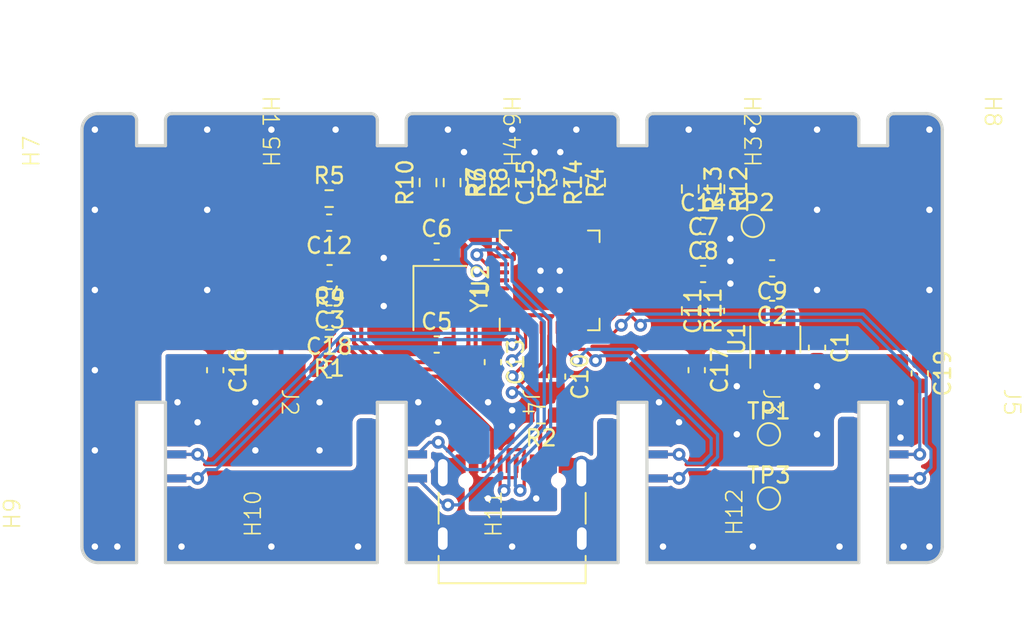
<source format=kicad_pcb>
(kicad_pcb (version 20221018) (generator pcbnew)
  (layers (0 "F.Cu" signal) (1 "In1.Cu" signal) (2 "In2.Cu" signal) (31 "B.Cu" signal) (34 "B.Paste" user) (35 "F.Paste" user) (36 "B.SilkS" user "B.Silkscreen") (37 "F.SilkS" user "F.Silkscreen") (38 "B.Mask" user) (39 "F.Mask" user) (44 "Edge.Cuts" user))
  (net 0 "")
  (net 1 "Earth")
  (net 2 "VBUS")
  (net 3 "VD3V3")
  (net 4 "Net-(U2-PLLFILT)")
  (net 5 "Net-(U2-XTALIN{slash}CLKIN)")
  (net 6 "Net-(U2-XTALOUT)")
  (net 7 "Net-(U2-CRFILT)")
  (net 8 "Net-(J1-CC1)")
  (net 9 "/USB_D+")
  (net 10 "/USB_D-")
  (net 12 "Net-(J1-CC2)")
  (net 14 "/USB1_D-")
  (net 15 "/USB1_D+")
  (net 16 "/USB3_D-")
  (net 17 "/USB3_D+")
  (net 18 "/USB2_D-")
  (net 19 "/USB2_D+")
  (net 20 "/USB4_D-")
  (net 21 "/USB4_D+")
  (net 22 "Net-(U2-SCL{slash}SMBCLK{slash}CFG_SEL0)")
  (net 23 "Net-(U2-SDA{slash}SMBDATA{slash}NON_REM1)")
  (net 24 "Net-(U2-SUSP_IND{slash}LOCAL_PWR{slash}NON_REM0)")
  (net 25 "Net-(U2-HS_IND{slash}CFG_SEL1)")
  (net 26 "Net-(U2-VBUS_DET)")
  (net 27 "Net-(U2-RESET_N)")
  (net 28 "Net-(U2-RBIAS)")
  (net 29 "Net-(U2-OCS_N1)")
  (net 30 "Net-(U2-OCS_N2)")
  (net 31 "Net-(U2-OCS_N3)")
  (net 32 "Net-(U2-OCS_N4)")
  (footprint "TestPoint:TestPoint_Pad_D1.0mm" (layer "F.Cu") (at 216 126)
    (fp_text reference "TP3")
    (fp_text value "TestPoint")
  )
  (footprint "Capacitor_SMD:C_0603_1608Metric" (layer "F.Cu") (at 211.9 110.5)
    (fp_text reference "C7")
    (fp_text value "10n")
  )
  (footprint "Resistor_SMD:R_0603_1608Metric" (layer "F.Cu") (at 212.7 106.7 -90)
    (fp_text reference "R12")
    (fp_text value "10k")
  )
  (footprint "0_terry:USB_EdgeMount_Hub" (layer "F.Cu") (at 195.9 120 -90)
    (fp_text reference "J4")
    (fp_text value "Conn_01x04_Socket")
  )
  (footprint "Capacitor_SMD:C_0603_1608Metric" (layer "F.Cu") (at 211.9 112)
    (fp_text reference "C8")
    (fp_text value "100n")
  )
  (footprint "Capacitor_SMD:C_0603_1608Metric" (layer "F.Cu") (at 198.8 117.5 -90)
    (fp_text reference "C13")
    (fp_text value "100n")
  )
  (footprint "TestPoint:TestPoint_Pad_D1.0mm" (layer "F.Cu") (at 216 122)
    (fp_text reference "TP1")
    (fp_text value "TestPoint")
  )
  (footprint "Capacitor_SMD:C_0603_1608Metric" (layer "F.Cu") (at 216.2 113.1625 180)
    (fp_text reference "C2")
    (fp_text value "1u")
  )
  (footprint "Capacitor_SMD:C_0603_1608Metric" (layer "F.Cu") (at 211.5 118 -90)
    (fp_text reference "C17")
    (fp_text value "1u")
  )
  (footprint "Resistor_SMD:R_0603_1608Metric" (layer "F.Cu") (at 203.76 106.3 -90)
    (fp_text reference "R4")
    (fp_text value "100k")
  )
  (footprint "Capacitor_SMD:C_0603_1608Metric" (layer "F.Cu") (at 216.2 111.65 180)
    (fp_text reference "C9")
    (fp_text value "1u")
  )
  (footprint "0_terry:USB_EdgeMount_GND_hub" (layer "F.Cu") (at 190.3 104.35 90)
    (fp_text reference "H5")
    (fp_text value "MountingHole_Pad")
  )
  (footprint "Resistor_SMD:R_0603_1608Metric" (layer "F.Cu") (at 199.26 106.3 90)
    (fp_text reference "R6")
    (fp_text value "100k")
  )
  (footprint "0_terry:USB_EdgeMount_GND_hub" (layer "F.Cu") (at 220.3 104.35 90)
    (fp_text reference "H3")
    (fp_text value "MountingHole_Pad")
  )
  (footprint "Resistor_SMD:R_0603_1608Metric" (layer "F.Cu") (at 211.1 106.7 -90)
    (fp_text reference "R13")
    (fp_text value "10k")
  )
  (footprint "Resistor_SMD:R_0603_1608Metric" (layer "F.Cu") (at 188.6 116.45 180)
    (fp_text reference "R1")
    (fp_text value "5.1k")
  )
  (footprint "Capacitor_SMD:C_0603_1608Metric" (layer "F.Cu") (at 212.7 114.3 90)
    (fp_text reference "C11")
    (fp_text value "100n")
  )
  (footprint "Resistor_SMD:R_0603_1608Metric" (layer "F.Cu") (at 205.26 106.3 90)
    (fp_text reference "R14")
    (fp_text value "10k")
  )
  (footprint "Resistor_SMD:R_0603_1608Metric" (layer "F.Cu") (at 197.76 106.3 -90)
    (fp_text reference "R8")
    (fp_text value "10k")
  )
  (footprint "0_terry:USB_EdgeMount_GND_hub" (layer "F.Cu") (at 224.7 101.85 -90)
    (fp_text reference "H8")
    (fp_text value "MountingHole_Pad")
  )
  (footprint "0_terry:USB_EdgeMount_Hub" (layer "F.Cu") (at 225.9 120 -90)
    (fp_text reference "J5")
    (fp_text value "Conn_01x04_Socket")
  )
  (footprint "Resistor_SMD:R_0603_1608Metric" (layer "F.Cu") (at 201.8 120.8 180)
    (fp_text reference "R2")
    (fp_text value "5.1k")
  )
  (footprint "Capacitor_SMD:C_0603_1608Metric" (layer "F.Cu") (at 195.3 110.6)
    (fp_text reference "C6")
    (fp_text value "8p")
  )
  (footprint "0_terry:USB_EdgeMount_GND_long" (layer "F.Cu") (at 189.1 126.95 90)
    (fp_text reference "H10")
    (fp_text value "MountingHole_Pad")
  )
  (footprint "Resistor_SMD:R_0603_1608Metric" (layer "F.Cu") (at 188.625 114.95)
    (fp_text reference "R9")
    (fp_text value "12k")
  )
  (footprint "Resistor_SMD:R_0603_1608Metric" (layer "F.Cu") (at 194.76 106.3 90)
    (fp_text reference "R10")
    (fp_text value "100k")
  )
  (footprint "Capacitor_SMD:C_0603_1608Metric" (layer "F.Cu") (at 219 116.6 -90)
    (fp_text reference "C1")
    (fp_text value "1u")
  )
  (footprint "Capacitor_SMD:C_0603_1608Metric" (layer "F.Cu") (at 181.5 118 -90)
    (fp_text reference "C16")
    (fp_text value "1u")
  )
  (footprint "Resistor_SMD:R_0603_1608Metric" (layer "F.Cu") (at 188.6 107.3)
    (fp_text reference "R5")
    (fp_text value "100k")
  )
  (footprint "Capacitor_SMD:C_0603_1608Metric" (layer "F.Cu") (at 188.625 113.45 180)
    (fp_text reference "C3")
    (fp_text value "10n")
  )
  (footprint "0_terry:USB_EdgeMount_GND_hub" (layer "F.Cu") (at 205.3 104.35 90)
    (fp_text reference "H4")
    (fp_text value "MountingHole_Pad")
  )
  (footprint "0_terry:USB_EdgeMount_GND_hub" (layer "F.Cu") (at 175.3 104.35 90)
    (fp_text reference "H7")
    (fp_text value "MountingHole_Pad")
  )
  (footprint "0_terry:USB_EdgeMount_GND_long" (layer "F.Cu") (at 174.1 126.95 90)
    (fp_text reference "H9")
    (fp_text value "MountingHole_Pad")
  )
  (footprint "0_terry:USB_C_Receptacle_XKB_U262-16XN-4BVC11" (layer "F.Cu") (at 200 127.5)
    (fp_text reference "J1" hide)
    (fp_text value "USB_C_Receptacle_USB2.0")
  )
  (footprint "0_terry:USB_EdgeMount_Hub" (layer "F.Cu") (at 180.9 120 -90)
    (fp_text reference "J2")
    (fp_text value "Conn_01x04_Socket")
  )
  (footprint "Capacitor_SMD:C_0603_1608Metric" (layer "F.Cu") (at 211.9 109)
    (fp_text reference "C14")
    (fp_text value "100n")
  )
  (footprint "Package_TO_SOT_SMD:SOT-23-5" (layer "F.Cu") (at 216.4 116.0625 90)
    (fp_text reference "U1")
    (fp_text value "AP2127K-3.3")
  )
  (footprint "Capacitor_SMD:C_0603_1608Metric" (layer "F.Cu") (at 202.26 106.3 90)
    (fp_text reference "C15")
    (fp_text value "100n")
  )
  (footprint "0_terry:USB_EdgeMount_GND_long" (layer "F.Cu") (at 219.1 126.85 90)
    (fp_text reference "H12")
    (fp_text value "MountingHole_Pad")
  )
  (footprint "Capacitor_SMD:C_0603_1608Metric" (layer "F.Cu") (at 188.6 117.95)
    (fp_text reference "C18")
    (fp_text value "1u")
  )
  (footprint "Resistor_SMD:R_0603_1608Metric" (layer "F.Cu") (at 200.76 106.3 -90)
    (fp_text reference "R3")
    (fp_text value "100k")
  )
  (footprint "0_terry:USB_EdgeMount_GND_hub" (layer "F.Cu") (at 209.7 101.85 -90)
    (fp_text reference "H2")
    (fp_text value "MountingHole_Pad")
  )
  (footprint "Resistor_SMD:R_0603_1608Metric" (layer "F.Cu") (at 196.26 106.3 -90)
    (fp_text reference "R7")
    (fp_text value "100k")
  )
  (footprint "Capacitor_SMD:C_0603_1608Metric" (layer "F.Cu") (at 188.6 108.8 180)
    (fp_text reference "C12")
    (fp_text value "100n")
  )
  (footprint "TestPoint:TestPoint_Pad_D1.0mm" (layer "F.Cu") (at 215 109)
    (fp_text reference "TP2")
    (fp_text value "TestPoint")
  )
  (footprint "Capacitor_SMD:C_0603_1608Metric" (layer "F.Cu") (at 188.625 111.95 180)
    (fp_text reference "C4")
    (fp_text value "100n")
  )
  (footprint "0_terry:USB_EdgeMount_GND_long" (layer "F.Cu") (at 204.1 126.95 90)
    (fp_text reference "H11")
    (fp_text value "MountingHole_Pad")
  )
  (footprint "Capacitor_SMD:C_0603_1608Metric" (layer "F.Cu") (at 195.3 116.4)
    (fp_text reference "C5")
    (fp_text value "8p")
  )
  (footprint "Crystal:Crystal_SMD_3225-4Pin_3.2x2.5mm" (layer "F.Cu") (at 195.5 113.5 -90)
    (fp_text reference "Y1")
    (fp_text value "7U24000E08UCG")
  )
  (footprint "Capacitor_SMD:C_0603_1608Metric" (layer "F.Cu") (at 225.4 118.2 -90)
    (fp_text reference "C19")
    (fp_text value "1u")
  )
  (footprint "0_terry:USB_EdgeMount_Hub" (layer "F.Cu") (at 210.9 120 -90)
    (fp_text reference "J3")
    (fp_text value "Conn_01x04_Socket")
  )
  (footprint "Capacitor_SMD:C_0603_1608Metric" (layer "F.Cu") (at 202.8 118.4 -90)
    (fp_text reference "C10")
    (fp_text value "100n")
  )
  (footprint "Package_DFN_QFN:QFN-36-1EP_6x6mm_P0.5mm_EP3.7x3.7mm" (layer "F.Cu") (at 202.3375 112.4 90)
    (fp_text reference "U2")
    (fp_text value "USB2514B_Bi")
  )
  (footprint "0_terry:USB_EdgeMount_GND_hub" (layer "F.Cu") (at 179.7 101.85 -90)
    (fp_text reference "H1")
    (fp_text value "MountingHole_Pad")
  )
  (footprint "Resistor_SMD:R_0603_1608Metric" (layer "F.Cu") (at 211.1 114.3 -90)
    (fp_text reference "R11")
    (fp_text value "10k")
  )
  (footprint "0_terry:USB_EdgeMount_GND_hub" (layer "F.Cu") (at 194.7 101.85 -90)
    (fp_text reference "H6")
    (fp_text value "MountingHole_Pad")
  )
  (gr_line (start 191.6 104) (end 191.6 102.4) (stroke (width 0.2)) (layer "Edge.Cuts"))
  (gr_line (start 221.6 120) (end 223.4 120) (stroke (width 0.2)) (layer "Edge.Cuts"))
  (gr_line (start 193.4 104) (end 193.4 102.4) (stroke (width 0.2)) (layer "Edge.Cuts"))
  (gr_line (start 174.2 130) (end 176.6 130) (stroke (width 0.2)) (layer "Edge.Cuts"))
  (gr_line (start 206.6 130) (end 193.4 130) (stroke (width 0.2)) (layer "Edge.Cuts"))
  (gr_arc (start 178.4 102.4) (mid 178.517157 102.117157) (end 178.8 102) (stroke (width 0.2)) (layer "Edge.Cuts"))
  (gr_line (start 206.6 130) (end 206.6 120) (stroke (width 0.2)) (layer "Edge.Cuts"))
  (gr_line (start 223.4 130) (end 223.4 120) (stroke (width 0.2)) (layer "Edge.Cuts"))
  (gr_line (start 206.6 120) (end 208.4 120) (stroke (width 0.2)) (layer "Edge.Cuts"))
  (gr_arc (start 174.2 130) (mid 173.492893 129.707107) (end 173.2 129) (stroke (width 0.2)) (layer "Edge.Cuts"))
  (gr_line (start 223.4 104) (end 223.4 102.4) (stroke (width 0.2)) (layer "Edge.Cuts"))
  (gr_line (start 176.6 104) (end 176.6 102.4) (stroke (width 0.2)) (layer "Edge.Cuts"))
  (gr_line (start 206.6 104) (end 208.4 104) (stroke (width 0.2)) (layer "Edge.Cuts"))
  (gr_line (start 226.8 103) (end 226.8 129) (stroke (width 0.2)) (layer "Edge.Cuts"))
  (gr_line (start 173.200001 103.000001) (end 173.2 129) (stroke (width 0.2)) (layer "Edge.Cuts"))
  (gr_line (start 221.6 104) (end 221.6 102.4) (stroke (width 0.2)) (layer "Edge.Cuts"))
  (gr_line (start 223.4 130) (end 225.8 130) (stroke (width 0.2)) (layer "Edge.Cuts"))
  (gr_line (start 191.6 120) (end 193.4 120) (stroke (width 0.2)) (layer "Edge.Cuts"))
  (gr_line (start 191.6 104) (end 193.4 104) (stroke (width 0.2)) (layer "Edge.Cuts"))
  (gr_line (start 208.4 104) (end 208.4 102.4) (stroke (width 0.2)) (layer "Edge.Cuts"))
  (gr_arc (start 221.2 102) (mid 221.482843 102.117157) (end 221.6 102.4) (stroke (width 0.2)) (layer "Edge.Cuts"))
  (gr_line (start 178.8 102) (end 191.2 102) (stroke (width 0.2)) (layer "Edge.Cuts"))
  (gr_line (start 208.4 130) (end 221.6 130) (stroke (width 0.2)) (layer "Edge.Cuts"))
  (gr_line (start 206.6 104) (end 206.6 102.4) (stroke (width 0.2)) (layer "Edge.Cuts"))
  (gr_line (start 176.6 130) (end 176.6 120) (stroke (width 0.2)) (layer "Edge.Cuts"))
  (gr_line (start 176.6 120) (end 178.4 120) (stroke (width 0.2)) (layer "Edge.Cuts"))
  (gr_line (start 208.4 130) (end 208.4 120) (stroke (width 0.2)) (layer "Edge.Cuts"))
  (gr_line (start 223.8 102) (end 225.8 102) (stroke (width 0.2)) (layer "Edge.Cuts"))
  (gr_arc (start 206.2 102) (mid 206.482843 102.117157) (end 206.6 102.4) (stroke (width 0.2)) (layer "Edge.Cuts"))
  (gr_line (start 176.6 104) (end 178.4 104) (stroke (width 0.2)) (layer "Edge.Cuts"))
  (gr_line (start 178.4 104) (end 178.4 102.4) (stroke (width 0.2)) (layer "Edge.Cuts"))
  (gr_arc (start 191.2 102) (mid 191.482843 102.117157) (end 191.6 102.4) (stroke (width 0.2)) (layer "Edge.Cuts"))
  (gr_arc (start 208.4 102.4) (mid 208.517157 102.117157) (end 208.8 102) (stroke (width 0.2)) (layer "Edge.Cuts"))
  (gr_line (start 221.6 130) (end 221.6 120) (stroke (width 0.2)) (layer "Edge.Cuts"))
  (gr_line (start 193.4 130) (end 193.4 120) (stroke (width 0.2)) (layer "Edge.Cuts"))
  (gr_arc (start 226.8 129) (mid 226.507107 129.707107) (end 225.8 130) (stroke (width 0.2)) (layer "Edge.Cuts"))
  (gr_arc (start 225.8 102) (mid 226.507107 102.292893) (end 226.8 103) (stroke (width 0.2)) (layer "Edge.Cuts"))
  (gr_arc (start 176.2 102) (mid 176.482843 102.117157) (end 176.6 102.4) (stroke (width 0.2)) (layer "Edge.Cuts"))
  (gr_line (start 178.4 130) (end 191.6 130) (stroke (width 0.2)) (layer "Edge.Cuts"))
  (gr_line (start 208.8 102) (end 221.2 102) (stroke (width 0.2)) (layer "Edge.Cuts"))
  (gr_line (start 191.6 130) (end 191.6 120) (stroke (width 0.2)) (layer "Edge.Cuts"))
  (gr_line (start 176.2 102) (end 174.200001 102.000001) (stroke (width 0.2)) (layer "Edge.Cuts"))
  (gr_line (start 221.6 104) (end 223.4 104) (stroke (width 0.2)) (layer "Edge.Cuts"))
  (gr_arc (start 173.200001 103.000001) (mid 173.492894 102.292894) (end 174.200001 102.000001) (stroke (width 0.2)) (layer "Edge.Cuts"))
  (gr_arc (start 193.4 102.4) (mid 193.517157 102.117157) (end 193.8 102) (stroke (width 0.2)) (layer "Edge.Cuts"))
  (gr_line (start 178.4 130) (end 178.4 120) (stroke (width 0.2)) (layer "Edge.Cuts"))
  (gr_line (start 193.8 102) (end 206.2 102) (stroke (width 0.2)) (layer "Edge.Cuts"))
  (gr_arc (start 223.4 102.4) (mid 223.517157 102.117157) (end 223.8 102) (stroke (width 0.2)) (layer "Edge.Cuts"))
  (segment (start 196.26 105.14) (end 197 104.4) (width 0.3) (layer "F.Cu") (net 1))
  (segment (start 200.76 105.475) (end 200.76 105.04) (width 0.3) (layer "F.Cu") (net 1))
  (segment (start 200.76 105.04) (end 201.4 104.4) (width 0.3) (layer "F.Cu") (net 1))
  (segment (start 205.275 113.9) (end 203.8375 113.9) (width 0.3) (layer "F.Cu") (net 1))
  (segment (start 196.26 105.475) (end 196.26 105.14) (width 0.3) (layer "F.Cu") (net 1))
  (segment (start 203.76 105.16) (end 203 104.4) (width 0.3) (layer "F.Cu") (net 1))
  (segment (start 213.6 112.6) (end 213.6 112.625) (width 0.3) (layer "F.Cu") (net 1))
  (segment (start 203.76 105.475) (end 203.76 105.16) (width 0.3) (layer "F.Cu") (net 1))
  (via (at 213.6 112.6) (size 0.8) (drill 0.4) (layers "F.Cu" "B.Cu") (net 1))
  (via (at 226 103) (size 0.8) (drill 0.4) (layers "F.Cu" "B.Cu") (net 1))
  (via (at 181 113) (size 0.8) (drill 0.4) (layers "F.Cu" "B.Cu") (net 1))
  (via (at 200 120.5) (size 0.8) (drill 0.4) (layers "F.Cu" "B.Cu") (net 1))
  (via (at 174 123) (size 0.8) (drill 0.4) (layers "F.Cu" "B.Cu") (net 1))
  (via (at 226 108) (size 0.8) (drill 0.4) (layers "F.Cu" "B.Cu") (net 1))
  (via (at 185 103) (size 0.8) (drill 0.4) (layers "F.Cu" "B.Cu") (net 1))
  (via (at 213.6 111.2) (size 0.8) (drill 0.4) (layers "F.Cu" "B.Cu") (net 1))
  (via (at 200 103) (size 0.8) (drill 0.4) (layers "F.Cu" "B.Cu") (net 1))
  (via (at 226 129) (size 0.8) (drill 0.4) (layers "F.Cu" "B.Cu") (net 1))
  (via (at 209.4 129) (size 0.8) (drill 0.4) (layers "F.Cu" "B.Cu") (net 1))
  (via (at 201.7675 113) (size 0.8) (drill 0.4) (layers "F.Cu" "B.Cu") (net 1))
  (via (at 174 118) (size 0.8) (drill 0.4) (layers "F.Cu" "B.Cu") (net 1))
  (via (at 190.4 129) (size 0.8) (drill 0.4) (layers "F.Cu" "B.Cu") (net 1))
  (via (at 192 111) (size 0.8) (drill 0.4) (layers "F.Cu" "B.Cu") (net 1))
  (via (at 174 108) (size 0.8) (drill 0.4) (layers "F.Cu" "B.Cu") (net 1))
  (via (at 211 103) (size 0.8) (drill 0.4) (layers "F.Cu" "B.Cu") (net 1))
  (via (at 215 129) (size 0.8) (drill 0.4) (layers "F.Cu" "B.Cu") (net 1))
  (via (at 181 108) (size 0.8) (drill 0.4) (layers "F.Cu" "B.Cu") (net 1))
  (via (at 201.4 104.4) (size 0.8) (drill 0.4) (layers "F.Cu" "B.Cu") (net 1))
  (via (at 226 113) (size 0.8) (drill 0.4) (layers "F.Cu" "B.Cu") (net 1))
  (via (at 174 103) (size 0.8) (drill 0.4) (layers "F.Cu" "B.Cu") (net 1))
  (via (at 179.4 129) (size 0.8) (drill 0.4) (layers "F.Cu" "B.Cu") (net 1))
  (via (at 197 104.4) (size 0.8) (drill 0.4) (layers "F.Cu" "B.Cu") (net 1))
  (via (at 201.7675 111.8) (size 0.8) (drill 0.4) (layers "F.Cu" "B.Cu") (net 1))
  (via (at 203 104.4) (size 0.8) (drill 0.4) (layers "F.Cu" "B.Cu") (net 1))
  (via (at 202.9675 113) (size 0.8) (drill 0.4) (layers "F.Cu" "B.Cu") (net 1))
  (via (at 213.6 109.8) (size 0.8) (drill 0.4) (layers "F.Cu" "B.Cu") (net 1))
  (via (at 196 103) (size 0.8) (drill 0.4) (layers "F.Cu" "B.Cu") (net 1))
  (via (at 219 108) (size 0.8) (drill 0.4) (layers "F.Cu" "B.Cu") (net 1))
  (via (at 219 113) (size 0.8) (drill 0.4) (layers "F.Cu" "B.Cu") (net 1))
  (via (at 215 103) (size 0.8) (drill 0.4) (layers "F.Cu" "B.Cu") (net 1))
  (via (at 198.5 120) (size 0.8) (drill 0.4) (layers "F.Cu" "B.Cu") (net 1))
  (via (at 185 129) (size 0.8) (drill 0.4) (layers "F.Cu" "B.Cu") (net 1))
  (via (at 181 103) (size 0.8) (drill 0.4) (layers "F.Cu" "B.Cu") (net 1))
  (via (at 204 103) (size 0.8) (drill 0.4) (layers "F.Cu" "B.Cu") (net 1))
  (via (at 174 113) (size 0.8) (drill 0.4) (layers "F.Cu" "B.Cu") (net 1))
  (via (at 200 129) (size 0.8) (drill 0.4) (layers "F.Cu" "B.Cu") (net 1))
  (via (at 224.4 129) (size 0.8) (drill 0.4) (layers "F.Cu" "B.Cu") (net 1))
  (via (at 175.4 129) (size 0.8) (drill 0.4) (layers "F.Cu" "B.Cu") (net 1))
  (via (at 202.9675 111.8) (size 0.8) (drill 0.4) (layers "F.Cu" "B.Cu") (net 1))
  (via (at 174 129) (size 0.8) (drill 0.4) (layers "F.Cu" "B.Cu") (net 1))
  (via (at 189 103) (size 0.8) (drill 0.4) (layers "F.Cu" "B.Cu") (net 1))
  (via (at 220.4 129) (size 0.8) (drill 0.4) (layers "F.Cu" "B.Cu") (net 1))
  (via (at 219 103) (size 0.8) (drill 0.4) (layers "F.Cu" "B.Cu") (net 1))
  (via (at 200 121.5) (size 0.8) (drill 0.4) (layers "F.Cu" "B.Cu") (net 1))
  (via (at 192 114) (size 0.8) (drill 0.4) (layers "F.Cu" "B.Cu") (net 1))
  (segment (start 194.76 105.475) (end 194.735 105.5) (width 0.3) (layer "F.Cu") (net 2))
  (segment (start 187.1 105.5) (end 185.6 107) (width 0.3) (layer "F.Cu") (net 2))
  (segment (start 185.6 107) (end 185.6 117.6) (width 0.3) (layer "F.Cu") (net 2))
  (segment (start 194.735 105.5) (end 187.1 105.5) (width 0.3) (layer "F.Cu") (net 2))
  (segment (start 185.6 117.6) (end 186.4 118.4) (width 0.3) (layer "F.Cu") (net 2))
  (via (at 184 123) (size 0.8) (drill 0.4) (layers "F.Cu" "B.Cu") (net 2))
  (via (at 214 122) (size 0.8) (drill 0.4) (layers "F.Cu" "B.Cu") (net 2))
  (via (at 194.15 120) (size 0.8) (drill 0.4) (layers "F.Cu" "B.Cu") (net 2))
  (via (at 179.15 120) (size 0.8) (drill 0.4) (layers "F.Cu" "B.Cu") (net 2))
  (via (at 209.15 120) (size 0.8) (drill 0.4) (layers "F.Cu" "B.Cu") (net 2))
  (via (at 224.2 120) (size 0.8) (drill 0.4) (layers "F.Cu" "B.Cu") (net 2))
  (via (at 180.4 121.25) (size 0.8) (drill 0.4) (layers "F.Cu" "B.Cu") (net 2))
  (via (at 195.4 121.25) (size 0.8) (drill 0.4) (layers "F.Cu" "B.Cu") (net 2))
  (via (at 210.4 121.25) (size 0.8) (drill 0.4) (layers "F.Cu" "B.Cu") (net 2))
  (via (at 201.5 126) (size 0.8) (drill 0.4) (layers "F.Cu" "B.Cu") (net 2))
  (via (at 198.5 126) (size 0.8) (drill 0.4) (layers "F.Cu" "B.Cu") (net 2))
  (via (at 219 122) (size 0.8) (drill 0.4) (layers "F.Cu" "B.Cu") (net 2))
  (via (at 219 119) (size 0.8) (drill 0.4) (layers "F.Cu" "B.Cu") (net 2))
  (via (at 188 120) (size 0.8) (drill 0.4) (layers "F.Cu" "B.Cu") (net 2))
  (via (at 188 123) (size 0.8) (drill 0.4) (layers "F.Cu" "B.Cu") (net 2))
  (via (at 214 119) (size 0.8) (drill 0.4) (layers "F.Cu" "B.Cu") (net 2))
  (via (at 224.2 122.2) (size 0.8) (drill 0.4) (layers "F.Cu" "B.Cu") (net 2))
  (via (at 184 120) (size 0.8) (drill 0.4) (layers "F.Cu" "B.Cu") (net 2))
  (segment (start 199.4 114.4) (end 198.8 115) (width 0.25) (layer "F.Cu") (net 3))
  (segment (start 202.035508 114.575) (end 202.3375 114.876992) (width 0.25) (layer "F.Cu") (net 3))
  (segment (start 202.3375 109.4625) (end 202.3375 107.1525) (width 0.25) (layer "F.Cu") (net 3))
  (segment (start 202.3375 114.876992) (end 202.3375 115.3375) (width 0.25) (layer "F.Cu") (net 3))
  (segment (start 199.9875 114.4) (end 200.1625 114.575) (width 0.25) (layer "F.Cu") (net 3))
  (segment (start 215.45 114.925) (end 215.425 114.9) (width 0.25) (layer "F.Cu") (net 3))
  (segment (start 199.1425 114.4) (end 199.4 114.4) (width 0.25) (layer "F.Cu") (net 3))
  (segment (start 199.4 114.4) (end 199.9875 114.4) (width 0.25) (layer "F.Cu") (net 3))
  (segment (start 202.3375 107.1525) (end 202.26 107.075) (width 0.25) (layer "F.Cu") (net 3))
  (segment (start 198.8 115) (end 198.8 116.725) (width 0.25) (layer "F.Cu") (net 3))
  (segment (start 200.1625 114.575) (end 202.035508 114.575) (width 0.25) (layer "F.Cu") (net 3))
  (segment (start 197.274501 116.453316) (end 196.227817 117.5) (width 0.25) (layer "F.Cu") (net 4))
  (segment (start 191.972792 117.5) (end 190.6 116.127208) (width 0.25) (layer "F.Cu") (net 4))
  (segment (start 197.274501 114.861189) (end 197.274501 116.453316) (width 0.25) (layer "F.Cu") (net 4))
  (segment (start 190.6 116.127208) (end 190.6 114.65) (width 0.25) (layer "F.Cu") (net 4))
  (segment (start 189.4 113.45) (end 189.4 111.5) (width 0.25) (layer "F.Cu") (net 4))
  (segment (start 198.73569 113.4) (end 197.274501 114.861189) (width 0.25) (layer "F.Cu") (net 4))
  (segment (start 196.227817 117.5) (end 191.972792 117.5) (width 0.25) (layer "F.Cu") (net 4))
  (segment (start 199.4 113.4) (end 198.73569 113.4) (width 0.25) (layer "F.Cu") (net 4))
  (segment (start 190.6 114.65) (end 189.4 113.45) (width 0.25) (layer "F.Cu") (net 4))
  (segment (start 196.35 114.6) (end 196.75 114.2) (width 0.25) (layer "F.Cu") (net 5))
  (segment (start 198.6 112.9) (end 199.4 112.9) (width 0.25) (layer "F.Cu") (net 5))
  (segment (start 196.75 114.2) (end 197.3 114.2) (width 0.25) (layer "F.Cu") (net 5))
  (segment (start 196.35 116.125) (end 196.075 116.4) (width 0.25) (layer "F.Cu") (net 5))
  (segment (start 197.3 114.2) (end 198.6 112.9) (width 0.25) (layer "F.Cu") (net 5))
  (segment (start 196.35 114.6) (end 196.35 116.125) (width 0.25) (layer "F.Cu") (net 5))
  (segment (start 194.65 112.025) (end 196.075 110.6) (width 0.25) (layer "F.Cu") (net 6))
  (segment (start 199.4 112.4) (end 198.4 112.4) (width 0.25) (layer "F.Cu") (net 6))
  (segment (start 194.65 112.4) (end 194.65 112.025) (width 0.25) (layer "F.Cu") (net 6))
  (segment (start 198.4 112.4) (end 197.375 113.425) (width 0.25) (layer "F.Cu") (net 6))
  (segment (start 195.125 113.425) (end 194.65 112.95) (width 0.25) (layer "F.Cu") (net 6))
  (segment (start 197.375 113.425) (end 195.125 113.425) (width 0.25) (layer "F.Cu") (net 6))
  (segment (start 194.65 112.95) (end 194.65 112.4) (width 0.25) (layer "F.Cu") (net 6))
  (segment (start 211.125 110.5) (end 211.125 112) (width 0.25) (layer "F.Cu") (net 7))
  (segment (start 205.275 112.4) (end 210.725 112.4) (width 0.25) (layer "F.Cu") (net 7))
  (segment (start 210.725 112.4) (end 211.125 112) (width 0.25) (layer "F.Cu") (net 7))
  (segment (start 195.399501 118.399501) (end 198.75 121.75) (width 0.25) (layer "F.Cu") (net 8))
  (segment (start 191.599501 118.399501) (end 195.399501 118.399501) (width 0.25) (layer "F.Cu") (net 8))
  (segment (start 198.75 121.75) (end 198.75 123.83) (width 0.25) (layer "F.Cu") (net 8))
  (segment (start 189.425 116.45) (end 189.65 116.45) (width 0.25) (layer "F.Cu") (net 8))
  (segment (start 189.65 116.45) (end 191.599501 118.399501) (width 0.25) (layer "F.Cu") (net 8))
  (segment (start 200.75 125.25) (end 200.75 123.83) (width 0.2) (layer "F.Cu") (net 9))
  (segment (start 199.75 123.83) (end 199.75 123.005) (width 0.2) (layer "F.Cu") (net 9))
  (segment (start 197.9 111.9) (end 197.8 111.8) (width 0.2) (layer "F.Cu") (net 9))
  (segment (start 200.5 125.5) (end 200.75 125.25) (width 0.2) (layer "F.Cu") (net 9))
  (segment (start 200.75 123.005) (end 200.75 123.83) (width 0.2) (layer "F.Cu") (net 9))
  (segment (start 200.7 122.955) (end 200.75 123.005) (width 0.2) (layer "F.Cu") (net 9))
  (segment (start 199.8 122.955) (end 200.7 122.955) (width 0.2) (layer "F.Cu") (net 9))
  (segment (start 199.75 123.005) (end 199.8 122.955) (width 0.2) (layer "F.Cu") (net 9))
  (segment (start 199.4 111.9) (end 197.9 111.9) (width 0.2) (layer "F.Cu") (net 9))
  (via (at 200.5 125.5) (size 0.8) (drill 0.4) (layers "F.Cu" "B.Cu") (net 9))
  (via (at 197.8 111.8) (size 0.8) (drill 0.4) (layers "F.Cu" "B.Cu") (net 9))
  (segment (start 197.51005 110.1) (end 197.1 110.51005) (width 0.2) (layer "B.Cu") (net 9))
  (segment (start 200 112.434314) (end 200 111) (width 0.2) (layer "B.Cu") (net 9))
  (segment (start 197.1 110.51005) (end 197.1 111.1) (width 0.2) (layer "B.Cu") (net 9))
  (segment (start 197.1 111.1) (end 197.8 111.8) (width 0.2) (layer "B.Cu") (net 9))
  (segment (start 199.1 110.1) (end 197.51005 110.1) (width 0.2) (layer "B.Cu") (net 9))
  (segment (start 200.5 125.5) (end 200.2 125.2) (width 0.2) (layer "B.Cu") (net 9))
  (segment (start 200.2 123.987008) (end 202.4 121.787008) (width 0.2) (layer "B.Cu") (net 9))
  (segment (start 200 111) (end 199.1 110.1) (width 0.2) (layer "B.Cu") (net 9))
  (segment (start 202.4 114.834314) (end 200 112.434314) (width 0.2) (layer "B.Cu") (net 9))
  (segment (start 202.4 121.787008) (end 202.4 114.834314) (width 0.2) (layer "B.Cu") (net 9))
  (segment (start 200.2 125.2) (end 200.2 123.987008) (width 0.2) (layer "B.Cu") (net 9))
  (segment (start 199.25 124.655) (end 199.3 124.705) (width 0.2) (layer "F.Cu") (net 10))
  (segment (start 199.25 125.25) (end 199.25 123.83) (width 0.2) (layer "F.Cu") (net 10))
  (segment (start 198.4 111.4) (end 197.8 110.8) (width 0.2) (layer "F.Cu") (net 10))
  (segment (start 200.2 124.705) (end 200.25 124.655) (width 0.2) (layer "F.Cu") (net 10))
  (segment (start 200.25 124.655) (end 200.25 123.83) (width 0.2) (layer "F.Cu") (net 10))
  (segment (start 199.3 124.705) (end 200.2 124.705) (width 0.2) (layer "F.Cu") (net 10))
  (segment (start 199.25 123.83) (end 199.25 124.655) (width 0.2) (layer "F.Cu") (net 10))
  (segment (start 199.4 111.4) (end 198.4 111.4) (width 0.2) (layer "F.Cu") (net 10))
  (segment (start 199.5 125.5) (end 199.25 125.25) (width 0.2) (layer "F.Cu") (net 10))
  (via (at 197.8 110.8) (size 0.8) (drill 0.4) (layers "F.Cu" "B.Cu") (net 10))
  (via (at 199.5 125.5) (size 0.8) (drill 0.4) (layers "F.Cu" "B.Cu") (net 10))
  (segment (start 202 121.621322) (end 202 115) (width 0.2) (layer "B.Cu") (net 10))
  (segment (start 199.8 123.821322) (end 202 121.621322) (width 0.2) (layer "B.Cu") (net 10))
  (segment (start 198.1 110.5) (end 197.8 110.8) (width 0.2) (layer "B.Cu") (net 10))
  (segment (start 202 115) (end 199.6 112.6) (width 0.2) (layer "B.Cu") (net 10))
  (segment (start 199.8 125.2) (end 199.8 123.821322) (width 0.2) (layer "B.Cu") (net 10))
  (segment (start 199.5 125.5) (end 199.8 125.2) (width 0.2) (layer "B.Cu") (net 10))
  (segment (start 199.6 111.165686) (end 198.934314 110.5) (width 0.2) (layer "B.Cu") (net 10))
  (segment (start 198.934314 110.5) (end 198.1 110.5) (width 0.2) (layer "B.Cu") (net 10))
  (segment (start 199.6 112.6) (end 199.6 111.165686) (width 0.2) (layer "B.Cu") (net 10))
  (segment (start 201.75 121.675) (end 201.75 123.83) (width 0.25) (layer "F.Cu") (net 12))
  (segment (start 202.625 120.8) (end 201.75 121.675) (width 0.25) (layer "F.Cu") (net 12))
  (segment (start 180.4 124.75) (end 179.1 124.75) (width 0.2) (layer "F.Cu") (net 14))
  (segment (start 200.3375 115.3375) (end 200.3375 116.0625) (width 0.2) (layer "F.Cu") (net 14))
  (segment (start 200.3375 116.0625) (end 200 116.4) (width 0.2) (layer "F.Cu") (net 14))
  (via (at 200 116.4) (size 0.8) (drill 0.4) (layers "F.Cu" "B.Cu") (net 14))
  (via (at 180.4 124.75) (size 0.8) (drill 0.4) (layers "F.Cu" "B.Cu") (net 14))
  (segment (start 181.565685 124.2) (end 180.95 124.2) (width 0.2) (layer "B.Cu") (net 14))
  (segment (start 189.665685 116.1) (end 181.565685 124.2) (width 0.2) (layer "B.Cu") (net 14))
  (segment (start 180.4 124.75) (end 179.1 124.75) (width 0.2) (layer "B.Cu") (net 14))
  (segment (start 200 116.4) (end 199.7 116.1) (width 0.2) (layer "B.Cu") (net 14))
  (segment (start 180.95 124.2) (end 180.4 124.75) (width 0.2) (layer "B.Cu") (net 14))
  (segment (start 199.7 116.1) (end 189.665685 116.1) (width 0.2) (layer "B.Cu") (net 14))
  (segment (start 200.8375 115.3375) (end 200.8375 116.5625) (width 0.2) (layer "F.Cu") (net 15))
  (segment (start 200.8375 116.5625) (end 200 117.4) (width 0.2) (layer "F.Cu") (net 15))
  (segment (start 180.4 123.25) (end 179.1 123.25) (width 0.2) (layer "F.Cu") (net 15))
  (via (at 200 117.4) (size 0.8) (drill 0.4) (layers "F.Cu" "B.Cu") (net 15))
  (via (at 180.4 123.25) (size 0.8) (drill 0.4) (layers "F.Cu" "B.Cu") (net 15))
  (segment (start 180.4 123.25) (end 179.1 123.25) (width 0.2) (layer "B.Cu") (net 15))
  (segment (start 180.95 123.8) (end 181.399999 123.8) (width 0.2) (layer "B.Cu") (net 15))
  (segment (start 189.499999 115.7) (end 200.3 115.7) (width 0.2) (layer "B.Cu") (net 15))
  (segment (start 200.7 116.1) (end 200.7 116.7) (width 0.2) (layer "B.Cu") (net 15))
  (segment (start 200.7 116.7) (end 200 117.4) (width 0.2) (layer "B.Cu") (net 15))
  (segment (start 200.3 115.7) (end 200.7 116.1) (width 0.2) (layer "B.Cu") (net 15))
  (segment (start 181.399999 123.8) (end 189.499999 115.7) (width 0.2) (layer "B.Cu") (net 15))
  (segment (start 180.4 123.25) (end 180.95 123.8) (width 0.2) (layer "B.Cu") (net 15))
  (segment (start 202.8375 115.3375) (end 202.8375 116.2375) (width 0.2) (layer "F.Cu") (net 16))
  (segment (start 202.8375 116.2375) (end 204 117.4) (width 0.2) (layer "F.Cu") (net 16))
  (segment (start 210.4 124.75) (end 209.1 124.75) (width 0.2) (layer "F.Cu") (net 16))
  (via (at 204 117.4) (size 0.8) (drill 0.4) (layers "F.Cu" "B.Cu") (net 16))
  (via (at 210.4 124.75) (size 0.8) (drill 0.4) (layers "F.Cu" "B.Cu") (net 16))
  (segment (start 204 117.4) (end 204.7 116.7) (width 0.2) (layer "B.Cu") (net 16))
  (segment (start 207.5 116.7) (end 212.8 122) (width 0.2) (layer "B.Cu") (net 16))
  (segment (start 204.7 116.7) (end 207.5 116.7) (width 0.2) (layer "B.Cu") (net 16))
  (segment (start 210.95 124.2) (end 210.4 124.75) (width 0.2) (layer "B.Cu") (net 16))
  (segment (start 212.8 122) (end 212.8 123.4) (width 0.2) (layer "B.Cu") (net 16))
  (segment (start 210.4 124.75) (end 209.1 124.75) (width 0.2) (layer "B.Cu") (net 16))
  (segment (start 211.999999 124.2) (end 210.95 124.2) (width 0.2) (layer "B.Cu") (net 16))
  (segment (start 212.8 123.4) (end 211.999999 124.2) (width 0.2) (layer "B.Cu") (net 16))
  (segment (start 210.4 123.25) (end 209.1 123.25) (width 0.2) (layer "F.Cu") (net 17))
  (segment (start 203.3375 115.865762) (end 204.171738 116.7) (width 0.2) (layer "F.Cu") (net 17))
  (segment (start 204.171738 116.7) (end 204.5 116.7) (width 0.2) (layer "F.Cu") (net 17))
  (segment (start 203.3375 115.3375) (end 203.3375 115.865762) (width 0.2) (layer "F.Cu") (net 17))
  (segment (start 204.5 116.7) (end 205.2 117.4) (width 0.2) (layer "F.Cu") (net 17))
  (via (at 210.4 123.25) (size 0.8) (drill 0.4) (layers "F.Cu" "B.Cu") (net 17))
  (via (at 205.2 117.4) (size 0.8) (drill 0.4) (layers "F.Cu" "B.Cu") (net 17))
  (segment (start 212.4 122.26005) (end 212.4 123.234314) (width 0.2) (layer "B.Cu") (net 17))
  (segment (start 210.95 123.8) (end 210.4 123.25) (width 0.2) (layer "B.Cu") (net 17))
  (segment (start 207.23995 117.1) (end 212.4 122.26005) (width 0.2) (layer "B.Cu") (net 17))
  (segment (start 212.4 123.234314) (end 211.834314 123.8) (width 0.2) (layer "B.Cu") (net 17))
  (segment (start 205.2 117.4) (end 205.5 117.1) (width 0.2) (layer "B.Cu") (net 17))
  (segment (start 211.834314 123.8) (end 210.95 123.8) (width 0.2) (layer "B.Cu") (net 17))
  (segment (start 205.5 117.1) (end 207.23995 117.1) (width 0.2) (layer "B.Cu") (net 17))
  (segment (start 210.4 123.25) (end 209.1 123.25) (width 0.2) (layer "B.Cu") (net 17))
  (segment (start 195.75 126.4) (end 194.1 124.75) (width 0.2) (layer "F.Cu") (net 18))
  (segment (start 201.3375 117.0625) (end 200 118.4) (width 0.2) (layer "F.Cu") (net 18))
  (segment (start 196 126.4) (end 195.75 126.4) (width 0.2) (layer "F.Cu") (net 18))
  (segment (start 201.3375 115.3375) (end 201.3375 117.0625) (width 0.2) (layer "F.Cu") (net 18))
  (via (at 196 126.4) (size 0.8) (drill 0.4) (layers "F.Cu" "B.Cu") (net 18))
  (via (at 200 118.4) (size 0.8) (drill 0.4) (layers "F.Cu" "B.Cu") (net 18))
  (segment (start 196 126.4) (end 195.75 126.4) (width 0.2) (layer "B.Cu") (net 18))
  (segment (start 196 126.4) (end 196.655636 126.4) (width 0.2) (layer "B.Cu") (net 18))
  (segment (start 196.655636 126.4) (end 201.6 121.455636) (width 0.2) (layer "B.Cu") (net 18))
  (segment (start 195.75 126.4) (end 194.1 124.75) (width 0.2) (layer "B.Cu") (net 18))
  (segment (start 201.6 120) (end 200 118.4) (width 0.2) (layer "B.Cu") (net 18))
  (segment (start 201.6 121.455636) (end 201.6 120) (width 0.2) (layer "B.Cu") (net 18))
  (segment (start 201.8375 115.3375) (end 201.8375 117.5625) (width 0.2) (layer "F.Cu") (net 19))
  (segment (start 201.8375 117.5625) (end 200 119.4) (width 0.2) (layer "F.Cu") (net 19))
  (segment (start 194.85 122.5) (end 194.1 123.25) (width 0.2) (layer "F.Cu") (net 19))
  (segment (start 195.4 122.5) (end 194.85 122.5) (width 0.2) (layer "F.Cu") (net 19))
  (via (at 200 119.4) (size 0.8) (drill 0.4) (layers "F.Cu" "B.Cu") (net 19))
  (via (at 195.4 122.5) (size 0.8) (drill 0.4) (layers "F.Cu" "B.Cu") (net 19))
  (segment (start 194.85 122.5) (end 194.1 123.25) (width 0.2) (layer "B.Cu") (net 19))
  (segment (start 195.4 122.5) (end 194.85 122.5) (width 0.2) (layer "B.Cu") (net 19))
  (segment (start 201.2 120.165686) (end 200.434314 119.4) (width 0.2) (layer "B.Cu") (net 19))
  (segment (start 195.4 122.5) (end 195.466371 122.5) (width 0.2) (layer "B.Cu") (net 19))
  (segment (start 201.2 121.28995) (end 201.2 120.165686) (width 0.2) (layer "B.Cu") (net 19))
  (segment (start 198.28995 124.2) (end 201.2 121.28995) (width 0.2) (layer "B.Cu") (net 19))
  (segment (start 200.434314 119.4) (end 200 119.4) (width 0.2) (layer "B.Cu") (net 19))
  (segment (start 195.466371 122.5) (end 197.166371 124.2) (width 0.2) (layer "B.Cu") (net 19))
  (segment (start 197.166371 124.2) (end 198.28995 124.2) (width 0.2) (layer "B.Cu") (net 19))
  (segment (start 225.4 124.75) (end 224.1 124.75) (width 0.2) (layer "F.Cu") (net 20))
  (segment (start 206.8 115.2) (end 205.95 116.05) (width 0.2) (layer "F.Cu") (net 20))
  (segment (start 203.8375 115.800076) (end 203.8375 115.3375) (width 0.2) (layer "F.Cu") (net 20))
  (segment (start 204.087424 116.05) (end 203.8375 115.800076) (width 0.2) (layer "F.Cu") (net 20))
  (segment (start 205.95 116.05) (end 204.087424 116.05) (width 0.2) (layer "F.Cu") (net 20))
  (via (at 206.8 115.2) (size 0.8) (drill 0.4) (layers "F.Cu" "B.Cu") (net 20))
  (via (at 225.4 124.75) (size 0.8) (drill 0.4) (layers "F.Cu" "B.Cu") (net 20))
  (segment (start 225.8 122.66005) (end 226.1 122.96005) (width 0.2) (layer "B.Cu") (net 20))
  (segment (start 226.1 124.05) (end 225.4 124.75) (width 0.2) (layer "B.Cu") (net 20))
  (segment (start 225.8 118.434315) (end 225.8 122.66005) (width 0.2) (layer "B.Cu") (net 20))
  (segment (start 221.865686 114.5) (end 225.8 118.434315) (width 0.2) (layer "B.Cu") (net 20))
  (segment (start 226.1 122.96005) (end 226.1 124.05) (width 0.2) (layer "B.Cu") (net 20))
  (segment (start 207.5 114.5) (end 221.865686 114.5) (width 0.2) (layer "B.Cu") (net 20))
  (segment (start 206.8 115.2) (end 207.5 114.5) (width 0.2) (layer "B.Cu") (net 20))
  (segment (start 225.4 124.75) (end 224.1 124.75) (width 0.2) (layer "B.Cu") (net 20))
  (segment (start 208 115.2) (end 207.3 114.5) (width 0.2) (layer "F.Cu") (net 21))
  (segment (start 206.500076 114.5) (end 205.662576 115.3375) (width 0.2) (layer "F.Cu") (net 21))
  (segment (start 205.662576 115.3375) (end 204.3375 115.3375) (width 0.2) (layer "F.Cu") (net 21))
  (segment (start 225.4 123.25) (end 224.1 123.25) (width 0.2) (layer "F.Cu") (net 21))
  (segment (start 207.3 114.5) (end 206.500076 114.5) (width 0.2) (layer "F.Cu") (net 21))
  (via (at 208 115.2) (size 0.8) (drill 0.4) (layers "F.Cu" "B.Cu") (net 21))
  (via (at 225.4 123.25) (size 0.8) (drill 0.4) (layers "F.Cu" "B.Cu") (net 21))
  (segment (start 208 115.2) (end 208.3 114.9) (width 0.2) (layer "B.Cu") (net 21))
  (segment (start 208.3 114.9) (end 221.7 114.9) (width 0.2) (layer "B.Cu") (net 21))
  (segment (start 221.7 114.9) (end 225.4 118.6) (width 0.2) (layer "B.Cu") (net 21))
  (segment (start 225.4 123.25) (end 224.1 123.25) (width 0.2) (layer "B.Cu") (net 21))
  (segment (start 225.4 118.6) (end 225.4 123.25) (width 0.2) (layer "B.Cu") (net 21))
  (segment (start 201.8375 108.565414) (end 200.76 107.487914) (width 0.25) (layer "F.Cu") (net 22))
  (segment (start 200.76 107.487914) (end 200.76 107.125) (width 0.25) (layer "F.Cu") (net 22))
  (segment (start 201.8375 109.4625) (end 201.8375 108.565414) (width 0.25) (layer "F.Cu") (net 22))
  (segment (start 202.8375 109.4625) (end 202.8375 108.765596) (width 0.25) (layer "F.Cu") (net 23))
  (segment (start 202.8375 108.765596) (end 203.76 107.843096) (width 0.25) (layer "F.Cu") (net 23))
  (segment (start 203.76 107.843096) (end 203.76 107.125) (width 0.25) (layer "F.Cu") (net 23))
  (segment (start 199.1125 109.467754) (end 197.944746 108.3) (width 0.25) (layer "F.Cu") (net 24))
  (segment (start 196.863604 108.3) (end 196.413604 107.85) (width 0.25) (layer "F.Cu") (net 24))
  (segment (start 197.944746 108.3) (end 196.863604 108.3) (width 0.25) (layer "F.Cu") (net 24))
  (segment (start 193.617538 107.2) (end 189.525 107.2) (width 0.25) (layer "F.Cu") (net 24))
  (segment (start 189.525 107.2) (end 189.425 107.3) (width 0.25) (layer "F.Cu") (net 24))
  (segment (start 196.413604 107.85) (end 194.267538 107.85) (width 0.25) (layer "F.Cu") (net 24))
  (segment (start 199.1125 110.1125) (end 199.1125 109.467754) (width 0.25) (layer "F.Cu") (net 24))
  (segment (start 199.4 110.4) (end 199.1125 110.1125) (width 0.25) (layer "F.Cu") (net 24))
  (segment (start 194.267538 107.85) (end 193.617538 107.2) (width 0.25) (layer "F.Cu") (net 24))
  (segment (start 201.3375 108.70181) (end 201.3375 109.4625) (width 0.25) (layer "F.Cu") (net 25))
  (segment (start 199.403934 107.85) (end 200.48569 107.85) (width 0.25) (layer "F.Cu") (net 25))
  (segment (start 199.26 107.706066) (end 199.403934 107.85) (width 0.25) (layer "F.Cu") (net 25))
  (segment (start 199.26 107.125) (end 199.26 107.706066) (width 0.25) (layer "F.Cu") (net 25))
  (segment (start 200.48569 107.85) (end 201.3375 108.70181) (width 0.25) (layer "F.Cu") (net 25))
  (segment (start 197.05 107.85) (end 198.131142 107.85) (width 0.25) (layer "F.Cu") (net 26))
  (segment (start 200.113604 108.75) (end 200.3375 108.973896) (width 0.25) (layer "F.Cu") (net 26))
  (segment (start 198.131142 107.85) (end 199.031142 108.75) (width 0.25) (layer "F.Cu") (net 26))
  (segment (start 196.26 107.125) (end 194.76 107.125) (width 0.25) (layer "F.Cu") (net 26))
  (segment (start 196.26 107.125) (end 196.325 107.125) (width 0.25) (layer "F.Cu") (net 26))
  (segment (start 199.031142 108.75) (end 200.113604 108.75) (width 0.25) (layer "F.Cu") (net 26))
  (segment (start 200.3375 108.973896) (end 200.3375 109.4625) (width 0.25) (layer "F.Cu") (net 26))
  (segment (start 196.325 107.125) (end 197.05 107.85) (width 0.25) (layer "F.Cu") (net 26))
  (segment (start 198.042538 107.125) (end 199.217538 108.3) (width 0.25) (layer "F.Cu") (net 27))
  (segment (start 197.76 107.125) (end 198.042538 107.125) (width 0.25) (layer "F.Cu") (net 27))
  (segment (start 200.3 108.3) (end 200.8375 108.8375) (width 0.25) (layer "F.Cu") (net 27))
  (segment (start 199.217538 108.3) (end 200.3 108.3) (width 0.25) (layer "F.Cu") (net 27))
  (segment (start 200.8375 108.8375) (end 200.8375 109.4625) (width 0.25) (layer "F.Cu") (net 27))
  (segment (start 198.87138 113.9) (end 197.724501 115.046879) (width 0.25) (layer "F.Cu") (net 28))
  (segment (start 196.450499 117.949501) (end 191.785897 117.949501) (width 0.25) (layer "F.Cu") (net 28))
  (segment (start 191.785897 117.949501) (end 190.15 116.313604) (width 0.25) (layer "F.Cu") (net 28))
  (segment (start 199.4 113.9) (end 198.87138 113.9) (width 0.25) (layer "F.Cu") (net 28))
  (segment (start 190.15 116.313604) (end 190.15 115.65) (width 0.25) (layer "F.Cu") (net 28))
  (segment (start 197.724501 116.675499) (end 196.450499 117.949501) (width 0.25) (layer "F.Cu") (net 28))
  (segment (start 190.15 115.65) (end 189.45 114.95) (width 0.25) (layer "F.Cu") (net 28))
  (segment (start 197.724501 115.046879) (end 197.724501 116.675499) (width 0.25) (layer "F.Cu") (net 28))
  (segment (start 210.525 112.9) (end 211.1 113.475) (width 0.2) (layer "F.Cu") (net 29))
  (segment (start 205.275 112.9) (end 210.525 112.9) (width 0.2) (layer "F.Cu") (net 29))
  (segment (start 206.635508 110) (end 207.4 110) (width 0.25) (layer "F.Cu") (net 30))
  (segment (start 207.4 110) (end 210.7 106.7) (width 0.25) (layer "F.Cu") (net 30))
  (segment (start 205.735508 110.9) (end 206.635508 110) (width 0.25) (layer "F.Cu") (net 30))
  (segment (start 210.7 106.7) (end 211.875 106.7) (width 0.25) (layer "F.Cu") (net 30))
  (segment (start 211.875 106.7) (end 212.7 105.875) (width 0.25) (layer "F.Cu") (net 30))
  (segment (start 205.275 110.9) (end 205.735508 110.9) (width 0.25) (layer "F.Cu") (net 30))
  (segment (start 210.888604 105.875) (end 207.213604 109.55) (width 0.25) (layer "F.Cu") (net 31))
  (segment (start 211.1 105.875) (end 210.888604 105.875) (width 0.25) (layer "F.Cu") (net 31))
  (segment (start 204.425 109.55) (end 204.3375 109.4625) (width 0.25) (layer "F.Cu") (net 31))
  (segment (start 207.213604 109.55) (end 204.425 109.55) (width 0.25) (layer "F.Cu") (net 31))
  (segment (start 203.3375 109.4625) (end 203.3375 108.901992) (width 0.25) (layer "F.Cu") (net 32))
  (segment (start 205.114492 107.125) (end 205.26 107.125) (width 0.25) (layer "F.Cu") (net 32))
  (segment (start 203.3375 108.901992) (end 205.114492 107.125) (width 0.25) (layer "F.Cu") (net 32))
  (zone (net 3) (net_name "VD3V3") (layer "F.Cu") (priority 3) (connect_pads yes (clearance 0.25)) (min_thickness 0.25) (fill yes (thermal_gap 0.25) (thermal_bridge_width 0.25))
    (polygon (pts (xy 196.6 109.2) (xy 188.2 109.2) (xy 188.2 105.4) (xy 194 105.4) (xy 194 103) (xy 205.8 103) (xy 205.8 104.6) (xy 215.8 104.6) (xy 215.8 115.5) (xy 209 115.5) (xy 206 118.5) (xy 198 118.5) (xy 198 110.6)))
  )
  (zone (net 1) (net_name "Earth") (layers "F.Cu" "In1.Cu" "In2.Cu" "B.Cu") (connect_pads yes (clearance 0.25)) (min_thickness 0.25) (fill yes (thermal_gap 0.25) (thermal_bridge_width 0.25))
    (polygon (pts (xy 172.4 101) (xy 228.4 101) (xy 228.4 131) (xy 172.4 131)))
  )
  (zone (net 2) (net_name "VBUS") (layers "F&B.Cu") (priority 2) (connect_pads yes (clearance 0.25)) (min_thickness 0.25) (fill yes (thermal_gap 0.25) (thermal_bridge_width 0.25))
    (polygon (pts (xy 198.6 121.5) (xy 198.6 124.3) (xy 199.9 124.3) (xy 199.9 126.8) (xy 197.3 126.8) (xy 197.3 124) (xy 178.4 124) (xy 178.4 117) (xy 193.5 117)))
  )
  (zone (net 2) (net_name "VBUS") (layers "F&B.Cu") (priority 1) (connect_pads yes (clearance 0.25)) (min_thickness 0.25) (fill yes (thermal_gap 0.25) (thermal_bridge_width 0.25))
    (polygon (pts (xy 225.3 117) (xy 225.3 124) (xy 202.8 124) (xy 202.8 126.8) (xy 199.6 126.8) (xy 199.6 124.3) (xy 200.4 124.3) (xy 200.4 122) (xy 205.4 117)))
  )
)
</source>
